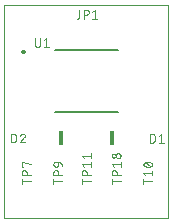
<source format=gto>
G75*
%MOIN*%
%OFA0B0*%
%FSLAX25Y25*%
%IPPOS*%
%LPD*%
%AMOC8*
5,1,8,0,0,1.08239X$1,22.5*
%
%ADD10C,0.00000*%
%ADD11C,0.00300*%
%ADD12C,0.00787*%
%ADD13C,0.00500*%
%ADD14R,0.01673X0.04921*%
D10*
X0003300Y0003800D02*
X0003300Y0074761D01*
X0058001Y0074761D01*
X0058001Y0003800D01*
X0003300Y0003800D01*
D11*
X0009202Y0015190D02*
X0009202Y0016804D01*
X0009202Y0015997D02*
X0012107Y0015997D01*
X0012107Y0018025D02*
X0009202Y0018025D01*
X0009202Y0018832D01*
X0009204Y0018887D01*
X0009210Y0018942D01*
X0009219Y0018996D01*
X0009232Y0019050D01*
X0009249Y0019102D01*
X0009269Y0019154D01*
X0009292Y0019203D01*
X0009319Y0019251D01*
X0009350Y0019297D01*
X0009383Y0019341D01*
X0009419Y0019383D01*
X0009458Y0019422D01*
X0009500Y0019458D01*
X0009544Y0019491D01*
X0009590Y0019522D01*
X0009638Y0019549D01*
X0009687Y0019572D01*
X0009739Y0019592D01*
X0009791Y0019609D01*
X0009845Y0019622D01*
X0009899Y0019631D01*
X0009954Y0019637D01*
X0010009Y0019639D01*
X0010064Y0019637D01*
X0010119Y0019631D01*
X0010173Y0019622D01*
X0010227Y0019609D01*
X0010279Y0019592D01*
X0010331Y0019572D01*
X0010380Y0019549D01*
X0010428Y0019522D01*
X0010474Y0019491D01*
X0010518Y0019458D01*
X0010560Y0019422D01*
X0010599Y0019383D01*
X0010635Y0019341D01*
X0010668Y0019297D01*
X0010699Y0019251D01*
X0010726Y0019203D01*
X0010749Y0019154D01*
X0010769Y0019102D01*
X0010786Y0019050D01*
X0010799Y0018996D01*
X0010808Y0018942D01*
X0010814Y0018887D01*
X0010816Y0018832D01*
X0010816Y0018025D01*
X0009525Y0020767D02*
X0009202Y0020767D01*
X0009202Y0022381D01*
X0012107Y0021574D01*
X0010220Y0028920D02*
X0008606Y0028920D01*
X0009978Y0030534D01*
X0009493Y0031825D02*
X0009434Y0031823D01*
X0009376Y0031818D01*
X0009318Y0031808D01*
X0009261Y0031796D01*
X0009204Y0031779D01*
X0009149Y0031759D01*
X0009095Y0031736D01*
X0009043Y0031709D01*
X0008993Y0031680D01*
X0008944Y0031647D01*
X0008898Y0031611D01*
X0008854Y0031572D01*
X0008812Y0031530D01*
X0008774Y0031486D01*
X0008738Y0031440D01*
X0008705Y0031391D01*
X0008675Y0031341D01*
X0008648Y0031289D01*
X0008625Y0031235D01*
X0008605Y0031179D01*
X0009978Y0030534D02*
X0010015Y0030572D01*
X0010049Y0030612D01*
X0010081Y0030654D01*
X0010109Y0030698D01*
X0010135Y0030744D01*
X0010157Y0030792D01*
X0010176Y0030841D01*
X0010192Y0030891D01*
X0010204Y0030942D01*
X0010213Y0030994D01*
X0010218Y0031046D01*
X0010220Y0031099D01*
X0010219Y0031099D02*
X0010217Y0031151D01*
X0010212Y0031202D01*
X0010202Y0031253D01*
X0010190Y0031304D01*
X0010173Y0031353D01*
X0010153Y0031401D01*
X0010130Y0031447D01*
X0010104Y0031492D01*
X0010074Y0031534D01*
X0010042Y0031574D01*
X0010006Y0031612D01*
X0009968Y0031648D01*
X0009928Y0031680D01*
X0009886Y0031710D01*
X0009841Y0031736D01*
X0009795Y0031759D01*
X0009747Y0031779D01*
X0009698Y0031796D01*
X0009647Y0031808D01*
X0009596Y0031818D01*
X0009545Y0031823D01*
X0009493Y0031825D01*
X0007239Y0031018D02*
X0007239Y0029727D01*
X0007237Y0029672D01*
X0007231Y0029617D01*
X0007222Y0029563D01*
X0007209Y0029509D01*
X0007192Y0029457D01*
X0007172Y0029405D01*
X0007149Y0029356D01*
X0007122Y0029308D01*
X0007091Y0029262D01*
X0007058Y0029218D01*
X0007022Y0029176D01*
X0006983Y0029137D01*
X0006941Y0029101D01*
X0006897Y0029068D01*
X0006851Y0029037D01*
X0006803Y0029010D01*
X0006754Y0028987D01*
X0006702Y0028967D01*
X0006650Y0028950D01*
X0006596Y0028937D01*
X0006542Y0028928D01*
X0006487Y0028922D01*
X0006432Y0028920D01*
X0005625Y0028920D01*
X0005625Y0031825D01*
X0006432Y0031825D01*
X0006487Y0031823D01*
X0006542Y0031817D01*
X0006596Y0031808D01*
X0006650Y0031795D01*
X0006702Y0031778D01*
X0006754Y0031758D01*
X0006803Y0031735D01*
X0006851Y0031708D01*
X0006897Y0031677D01*
X0006941Y0031644D01*
X0006983Y0031608D01*
X0007022Y0031569D01*
X0007058Y0031527D01*
X0007091Y0031483D01*
X0007122Y0031437D01*
X0007149Y0031389D01*
X0007172Y0031340D01*
X0007192Y0031288D01*
X0007209Y0031236D01*
X0007222Y0031182D01*
X0007231Y0031128D01*
X0007237Y0031073D01*
X0007239Y0031018D01*
X0019702Y0018832D02*
X0019702Y0018025D01*
X0022607Y0018025D01*
X0021316Y0018025D02*
X0021316Y0018832D01*
X0021314Y0018887D01*
X0021308Y0018942D01*
X0021299Y0018996D01*
X0021286Y0019050D01*
X0021269Y0019102D01*
X0021249Y0019154D01*
X0021226Y0019203D01*
X0021199Y0019251D01*
X0021168Y0019297D01*
X0021135Y0019341D01*
X0021099Y0019383D01*
X0021060Y0019422D01*
X0021018Y0019458D01*
X0020974Y0019491D01*
X0020928Y0019522D01*
X0020880Y0019549D01*
X0020831Y0019572D01*
X0020779Y0019592D01*
X0020727Y0019609D01*
X0020673Y0019622D01*
X0020619Y0019631D01*
X0020564Y0019637D01*
X0020509Y0019639D01*
X0020454Y0019637D01*
X0020399Y0019631D01*
X0020345Y0019622D01*
X0020291Y0019609D01*
X0020239Y0019592D01*
X0020187Y0019572D01*
X0020138Y0019549D01*
X0020090Y0019522D01*
X0020044Y0019491D01*
X0020000Y0019458D01*
X0019958Y0019422D01*
X0019919Y0019383D01*
X0019883Y0019341D01*
X0019850Y0019297D01*
X0019819Y0019251D01*
X0019792Y0019203D01*
X0019769Y0019154D01*
X0019749Y0019102D01*
X0019732Y0019050D01*
X0019719Y0018996D01*
X0019710Y0018942D01*
X0019704Y0018887D01*
X0019702Y0018832D01*
X0020509Y0020767D02*
X0020670Y0020767D01*
X0020721Y0020769D01*
X0020771Y0020775D01*
X0020821Y0020785D01*
X0020870Y0020799D01*
X0020917Y0020816D01*
X0020963Y0020837D01*
X0021008Y0020862D01*
X0021050Y0020890D01*
X0021090Y0020922D01*
X0021127Y0020956D01*
X0021161Y0020993D01*
X0021193Y0021033D01*
X0021221Y0021075D01*
X0021246Y0021120D01*
X0021267Y0021166D01*
X0021284Y0021213D01*
X0021298Y0021262D01*
X0021308Y0021312D01*
X0021314Y0021362D01*
X0021316Y0021413D01*
X0021316Y0022381D01*
X0020509Y0022381D01*
X0020454Y0022379D01*
X0020399Y0022373D01*
X0020345Y0022364D01*
X0020291Y0022351D01*
X0020239Y0022334D01*
X0020187Y0022314D01*
X0020138Y0022291D01*
X0020090Y0022264D01*
X0020044Y0022233D01*
X0020000Y0022200D01*
X0019958Y0022164D01*
X0019919Y0022125D01*
X0019883Y0022083D01*
X0019850Y0022039D01*
X0019819Y0021993D01*
X0019792Y0021945D01*
X0019769Y0021896D01*
X0019749Y0021844D01*
X0019732Y0021792D01*
X0019719Y0021738D01*
X0019710Y0021684D01*
X0019704Y0021629D01*
X0019702Y0021574D01*
X0019704Y0021519D01*
X0019710Y0021464D01*
X0019719Y0021410D01*
X0019732Y0021356D01*
X0019749Y0021304D01*
X0019769Y0021252D01*
X0019792Y0021203D01*
X0019819Y0021155D01*
X0019850Y0021109D01*
X0019883Y0021065D01*
X0019919Y0021023D01*
X0019958Y0020984D01*
X0020000Y0020948D01*
X0020044Y0020915D01*
X0020090Y0020884D01*
X0020138Y0020857D01*
X0020187Y0020834D01*
X0020239Y0020814D01*
X0020291Y0020797D01*
X0020345Y0020784D01*
X0020399Y0020775D01*
X0020454Y0020769D01*
X0020509Y0020767D01*
X0021316Y0022381D02*
X0021386Y0022379D01*
X0021456Y0022373D01*
X0021525Y0022364D01*
X0021594Y0022351D01*
X0021661Y0022334D01*
X0021728Y0022313D01*
X0021794Y0022289D01*
X0021858Y0022262D01*
X0021921Y0022231D01*
X0021982Y0022196D01*
X0022040Y0022159D01*
X0022097Y0022118D01*
X0022152Y0022074D01*
X0022204Y0022027D01*
X0022253Y0021978D01*
X0022300Y0021926D01*
X0022344Y0021871D01*
X0022385Y0021814D01*
X0022422Y0021756D01*
X0022457Y0021695D01*
X0022488Y0021632D01*
X0022515Y0021568D01*
X0022539Y0021502D01*
X0022560Y0021435D01*
X0022577Y0021368D01*
X0022590Y0021299D01*
X0022599Y0021230D01*
X0022605Y0021160D01*
X0022607Y0021090D01*
X0019702Y0016804D02*
X0019702Y0015190D01*
X0019702Y0015997D02*
X0022607Y0015997D01*
X0029202Y0015997D02*
X0032107Y0015997D01*
X0032107Y0018025D02*
X0029202Y0018025D01*
X0029202Y0018832D01*
X0029204Y0018887D01*
X0029210Y0018942D01*
X0029219Y0018996D01*
X0029232Y0019050D01*
X0029249Y0019102D01*
X0029269Y0019154D01*
X0029292Y0019203D01*
X0029319Y0019251D01*
X0029350Y0019297D01*
X0029383Y0019341D01*
X0029419Y0019383D01*
X0029458Y0019422D01*
X0029500Y0019458D01*
X0029544Y0019491D01*
X0029590Y0019522D01*
X0029638Y0019549D01*
X0029687Y0019572D01*
X0029739Y0019592D01*
X0029791Y0019609D01*
X0029845Y0019622D01*
X0029899Y0019631D01*
X0029954Y0019637D01*
X0030009Y0019639D01*
X0030064Y0019637D01*
X0030119Y0019631D01*
X0030173Y0019622D01*
X0030227Y0019609D01*
X0030279Y0019592D01*
X0030331Y0019572D01*
X0030380Y0019549D01*
X0030428Y0019522D01*
X0030474Y0019491D01*
X0030518Y0019458D01*
X0030560Y0019422D01*
X0030599Y0019383D01*
X0030635Y0019341D01*
X0030668Y0019297D01*
X0030699Y0019251D01*
X0030726Y0019203D01*
X0030749Y0019154D01*
X0030769Y0019102D01*
X0030786Y0019050D01*
X0030799Y0018996D01*
X0030808Y0018942D01*
X0030814Y0018887D01*
X0030816Y0018832D01*
X0030816Y0018025D01*
X0029202Y0016804D02*
X0029202Y0015190D01*
X0029848Y0020767D02*
X0029202Y0021574D01*
X0032107Y0021574D01*
X0032107Y0020767D02*
X0032107Y0022381D01*
X0032107Y0023652D02*
X0032107Y0025266D01*
X0032107Y0024459D02*
X0029202Y0024459D01*
X0029848Y0023652D01*
X0039202Y0021574D02*
X0042107Y0021574D01*
X0042107Y0020767D02*
X0042107Y0022381D01*
X0041300Y0023652D02*
X0041355Y0023654D01*
X0041410Y0023660D01*
X0041464Y0023669D01*
X0041518Y0023682D01*
X0041570Y0023699D01*
X0041622Y0023719D01*
X0041671Y0023742D01*
X0041719Y0023769D01*
X0041765Y0023800D01*
X0041809Y0023833D01*
X0041851Y0023869D01*
X0041890Y0023908D01*
X0041926Y0023950D01*
X0041959Y0023994D01*
X0041990Y0024040D01*
X0042017Y0024088D01*
X0042040Y0024137D01*
X0042060Y0024189D01*
X0042077Y0024241D01*
X0042090Y0024295D01*
X0042099Y0024349D01*
X0042105Y0024404D01*
X0042107Y0024459D01*
X0042105Y0024514D01*
X0042099Y0024569D01*
X0042090Y0024623D01*
X0042077Y0024677D01*
X0042060Y0024729D01*
X0042040Y0024781D01*
X0042017Y0024830D01*
X0041990Y0024878D01*
X0041959Y0024924D01*
X0041926Y0024968D01*
X0041890Y0025010D01*
X0041851Y0025049D01*
X0041809Y0025085D01*
X0041765Y0025118D01*
X0041719Y0025149D01*
X0041671Y0025176D01*
X0041622Y0025199D01*
X0041570Y0025219D01*
X0041518Y0025236D01*
X0041464Y0025249D01*
X0041410Y0025258D01*
X0041355Y0025264D01*
X0041300Y0025266D01*
X0041245Y0025264D01*
X0041190Y0025258D01*
X0041136Y0025249D01*
X0041082Y0025236D01*
X0041030Y0025219D01*
X0040978Y0025199D01*
X0040929Y0025176D01*
X0040881Y0025149D01*
X0040835Y0025118D01*
X0040791Y0025085D01*
X0040749Y0025049D01*
X0040710Y0025010D01*
X0040674Y0024968D01*
X0040641Y0024924D01*
X0040610Y0024878D01*
X0040583Y0024830D01*
X0040560Y0024781D01*
X0040540Y0024729D01*
X0040523Y0024677D01*
X0040510Y0024623D01*
X0040501Y0024569D01*
X0040495Y0024514D01*
X0040493Y0024459D01*
X0040495Y0024404D01*
X0040501Y0024349D01*
X0040510Y0024295D01*
X0040523Y0024241D01*
X0040540Y0024189D01*
X0040560Y0024137D01*
X0040583Y0024088D01*
X0040610Y0024040D01*
X0040641Y0023994D01*
X0040674Y0023950D01*
X0040710Y0023908D01*
X0040749Y0023869D01*
X0040791Y0023833D01*
X0040835Y0023800D01*
X0040881Y0023769D01*
X0040929Y0023742D01*
X0040978Y0023719D01*
X0041030Y0023699D01*
X0041082Y0023682D01*
X0041136Y0023669D01*
X0041190Y0023660D01*
X0041245Y0023654D01*
X0041300Y0023652D01*
X0039848Y0023813D02*
X0039897Y0023815D01*
X0039947Y0023821D01*
X0039995Y0023830D01*
X0040043Y0023843D01*
X0040089Y0023860D01*
X0040135Y0023880D01*
X0040178Y0023904D01*
X0040220Y0023931D01*
X0040259Y0023961D01*
X0040296Y0023994D01*
X0040330Y0024029D01*
X0040362Y0024067D01*
X0040390Y0024108D01*
X0040416Y0024150D01*
X0040437Y0024195D01*
X0040456Y0024241D01*
X0040471Y0024288D01*
X0040482Y0024336D01*
X0040490Y0024385D01*
X0040494Y0024434D01*
X0040494Y0024484D01*
X0040490Y0024533D01*
X0040482Y0024582D01*
X0040471Y0024630D01*
X0040456Y0024677D01*
X0040437Y0024723D01*
X0040416Y0024768D01*
X0040390Y0024810D01*
X0040362Y0024851D01*
X0040330Y0024889D01*
X0040296Y0024924D01*
X0040259Y0024957D01*
X0040220Y0024987D01*
X0040178Y0025014D01*
X0040135Y0025038D01*
X0040089Y0025058D01*
X0040043Y0025075D01*
X0039995Y0025088D01*
X0039947Y0025097D01*
X0039897Y0025103D01*
X0039848Y0025105D01*
X0039799Y0025103D01*
X0039749Y0025097D01*
X0039701Y0025088D01*
X0039653Y0025075D01*
X0039607Y0025058D01*
X0039561Y0025038D01*
X0039518Y0025014D01*
X0039476Y0024987D01*
X0039437Y0024957D01*
X0039400Y0024924D01*
X0039366Y0024889D01*
X0039334Y0024851D01*
X0039306Y0024810D01*
X0039280Y0024768D01*
X0039259Y0024723D01*
X0039240Y0024677D01*
X0039225Y0024630D01*
X0039214Y0024582D01*
X0039206Y0024533D01*
X0039202Y0024484D01*
X0039202Y0024434D01*
X0039206Y0024385D01*
X0039214Y0024336D01*
X0039225Y0024288D01*
X0039240Y0024241D01*
X0039259Y0024195D01*
X0039280Y0024150D01*
X0039306Y0024108D01*
X0039334Y0024067D01*
X0039366Y0024029D01*
X0039400Y0023994D01*
X0039437Y0023961D01*
X0039476Y0023931D01*
X0039518Y0023904D01*
X0039561Y0023880D01*
X0039607Y0023860D01*
X0039653Y0023843D01*
X0039701Y0023830D01*
X0039749Y0023821D01*
X0039799Y0023815D01*
X0039848Y0023813D01*
X0039202Y0021574D02*
X0039848Y0020767D01*
X0039202Y0018832D02*
X0039204Y0018887D01*
X0039210Y0018942D01*
X0039219Y0018996D01*
X0039232Y0019050D01*
X0039249Y0019102D01*
X0039269Y0019154D01*
X0039292Y0019203D01*
X0039319Y0019251D01*
X0039350Y0019297D01*
X0039383Y0019341D01*
X0039419Y0019383D01*
X0039458Y0019422D01*
X0039500Y0019458D01*
X0039544Y0019491D01*
X0039590Y0019522D01*
X0039638Y0019549D01*
X0039687Y0019572D01*
X0039739Y0019592D01*
X0039791Y0019609D01*
X0039845Y0019622D01*
X0039899Y0019631D01*
X0039954Y0019637D01*
X0040009Y0019639D01*
X0040064Y0019637D01*
X0040119Y0019631D01*
X0040173Y0019622D01*
X0040227Y0019609D01*
X0040279Y0019592D01*
X0040331Y0019572D01*
X0040380Y0019549D01*
X0040428Y0019522D01*
X0040474Y0019491D01*
X0040518Y0019458D01*
X0040560Y0019422D01*
X0040599Y0019383D01*
X0040635Y0019341D01*
X0040668Y0019297D01*
X0040699Y0019251D01*
X0040726Y0019203D01*
X0040749Y0019154D01*
X0040769Y0019102D01*
X0040786Y0019050D01*
X0040799Y0018996D01*
X0040808Y0018942D01*
X0040814Y0018887D01*
X0040816Y0018832D01*
X0040816Y0018025D01*
X0042107Y0018025D02*
X0039202Y0018025D01*
X0039202Y0018832D01*
X0039202Y0016804D02*
X0039202Y0015190D01*
X0039202Y0015997D02*
X0042107Y0015997D01*
X0049702Y0015997D02*
X0052607Y0015997D01*
X0052607Y0017882D02*
X0052607Y0019496D01*
X0052607Y0018689D02*
X0049702Y0018689D01*
X0050348Y0017882D01*
X0049702Y0016804D02*
X0049702Y0015190D01*
X0050106Y0022139D02*
X0050188Y0022177D01*
X0050271Y0022212D01*
X0050356Y0022244D01*
X0050442Y0022272D01*
X0050529Y0022298D01*
X0050617Y0022320D01*
X0050705Y0022338D01*
X0050794Y0022354D01*
X0050884Y0022366D01*
X0050974Y0022374D01*
X0051065Y0022379D01*
X0051155Y0022381D01*
X0051155Y0020767D02*
X0051245Y0020769D01*
X0051336Y0020774D01*
X0051426Y0020782D01*
X0051516Y0020794D01*
X0051605Y0020810D01*
X0051693Y0020828D01*
X0051781Y0020850D01*
X0051868Y0020876D01*
X0051954Y0020904D01*
X0052039Y0020936D01*
X0052122Y0020971D01*
X0052204Y0021009D01*
X0051962Y0020928D02*
X0050348Y0022220D01*
X0050105Y0022139D02*
X0050062Y0022122D01*
X0050020Y0022102D01*
X0049980Y0022079D01*
X0049942Y0022053D01*
X0049906Y0022024D01*
X0049873Y0021992D01*
X0049842Y0021958D01*
X0049813Y0021921D01*
X0049788Y0021882D01*
X0049765Y0021842D01*
X0049746Y0021800D01*
X0049730Y0021756D01*
X0049718Y0021712D01*
X0049709Y0021666D01*
X0049704Y0021620D01*
X0049702Y0021574D01*
X0049704Y0021528D01*
X0049709Y0021482D01*
X0049718Y0021436D01*
X0049730Y0021392D01*
X0049746Y0021348D01*
X0049765Y0021306D01*
X0049788Y0021266D01*
X0049813Y0021227D01*
X0049842Y0021190D01*
X0049873Y0021156D01*
X0049906Y0021124D01*
X0049942Y0021095D01*
X0049980Y0021069D01*
X0050020Y0021046D01*
X0050062Y0021026D01*
X0050105Y0021009D01*
X0051155Y0022381D02*
X0051245Y0022379D01*
X0051336Y0022374D01*
X0051426Y0022366D01*
X0051516Y0022354D01*
X0051605Y0022338D01*
X0051693Y0022320D01*
X0051781Y0022298D01*
X0051868Y0022272D01*
X0051954Y0022244D01*
X0052039Y0022212D01*
X0052122Y0022177D01*
X0052204Y0022139D01*
X0052247Y0022122D01*
X0052289Y0022102D01*
X0052329Y0022079D01*
X0052367Y0022053D01*
X0052403Y0022024D01*
X0052436Y0021992D01*
X0052467Y0021958D01*
X0052496Y0021921D01*
X0052521Y0021882D01*
X0052544Y0021842D01*
X0052563Y0021800D01*
X0052579Y0021756D01*
X0052591Y0021712D01*
X0052600Y0021666D01*
X0052605Y0021620D01*
X0052607Y0021574D01*
X0052605Y0021528D01*
X0052600Y0021482D01*
X0052591Y0021436D01*
X0052579Y0021392D01*
X0052563Y0021348D01*
X0052544Y0021306D01*
X0052521Y0021266D01*
X0052496Y0021227D01*
X0052467Y0021190D01*
X0052436Y0021156D01*
X0052403Y0021124D01*
X0052367Y0021095D01*
X0052329Y0021069D01*
X0052289Y0021046D01*
X0052247Y0021026D01*
X0052204Y0021009D01*
X0051155Y0020767D02*
X0051065Y0020769D01*
X0050974Y0020774D01*
X0050884Y0020782D01*
X0050794Y0020794D01*
X0050705Y0020810D01*
X0050617Y0020828D01*
X0050529Y0020850D01*
X0050442Y0020876D01*
X0050356Y0020904D01*
X0050271Y0020936D01*
X0050188Y0020971D01*
X0050106Y0021009D01*
X0051880Y0028775D02*
X0052687Y0028775D01*
X0052742Y0028777D01*
X0052797Y0028783D01*
X0052851Y0028792D01*
X0052905Y0028805D01*
X0052957Y0028822D01*
X0053009Y0028842D01*
X0053058Y0028865D01*
X0053106Y0028892D01*
X0053152Y0028923D01*
X0053196Y0028956D01*
X0053238Y0028992D01*
X0053277Y0029031D01*
X0053313Y0029073D01*
X0053346Y0029117D01*
X0053377Y0029163D01*
X0053404Y0029211D01*
X0053427Y0029260D01*
X0053447Y0029312D01*
X0053464Y0029364D01*
X0053477Y0029418D01*
X0053486Y0029472D01*
X0053492Y0029527D01*
X0053494Y0029582D01*
X0053494Y0030873D01*
X0053492Y0030928D01*
X0053486Y0030983D01*
X0053477Y0031037D01*
X0053464Y0031091D01*
X0053447Y0031143D01*
X0053427Y0031195D01*
X0053404Y0031244D01*
X0053377Y0031292D01*
X0053346Y0031338D01*
X0053313Y0031382D01*
X0053277Y0031424D01*
X0053238Y0031463D01*
X0053196Y0031499D01*
X0053152Y0031532D01*
X0053106Y0031563D01*
X0053058Y0031590D01*
X0053009Y0031613D01*
X0052957Y0031633D01*
X0052905Y0031650D01*
X0052851Y0031663D01*
X0052797Y0031672D01*
X0052742Y0031678D01*
X0052687Y0031680D01*
X0051880Y0031680D01*
X0051880Y0028775D01*
X0054861Y0028775D02*
X0056475Y0028775D01*
X0055668Y0028775D02*
X0055668Y0031680D01*
X0054861Y0031035D01*
X0034271Y0070143D02*
X0032657Y0070143D01*
X0033464Y0070143D02*
X0033464Y0073048D01*
X0032657Y0072402D01*
X0030722Y0073048D02*
X0030777Y0073046D01*
X0030832Y0073040D01*
X0030886Y0073031D01*
X0030940Y0073018D01*
X0030992Y0073001D01*
X0031044Y0072981D01*
X0031093Y0072958D01*
X0031141Y0072931D01*
X0031187Y0072900D01*
X0031231Y0072867D01*
X0031273Y0072831D01*
X0031312Y0072792D01*
X0031348Y0072750D01*
X0031381Y0072706D01*
X0031412Y0072660D01*
X0031439Y0072612D01*
X0031462Y0072563D01*
X0031482Y0072511D01*
X0031499Y0072459D01*
X0031512Y0072405D01*
X0031521Y0072351D01*
X0031527Y0072296D01*
X0031529Y0072241D01*
X0031527Y0072186D01*
X0031521Y0072131D01*
X0031512Y0072077D01*
X0031499Y0072023D01*
X0031482Y0071971D01*
X0031462Y0071919D01*
X0031439Y0071870D01*
X0031412Y0071822D01*
X0031381Y0071776D01*
X0031348Y0071732D01*
X0031312Y0071690D01*
X0031273Y0071651D01*
X0031231Y0071615D01*
X0031187Y0071582D01*
X0031141Y0071551D01*
X0031093Y0071524D01*
X0031044Y0071501D01*
X0030992Y0071481D01*
X0030940Y0071464D01*
X0030886Y0071451D01*
X0030832Y0071442D01*
X0030777Y0071436D01*
X0030722Y0071434D01*
X0029915Y0071434D01*
X0029915Y0070143D02*
X0029915Y0073048D01*
X0030722Y0073048D01*
X0028418Y0073048D02*
X0028418Y0070788D01*
X0028419Y0070788D02*
X0028417Y0070737D01*
X0028411Y0070687D01*
X0028401Y0070637D01*
X0028387Y0070588D01*
X0028370Y0070541D01*
X0028349Y0070495D01*
X0028324Y0070450D01*
X0028296Y0070408D01*
X0028264Y0070368D01*
X0028230Y0070331D01*
X0028193Y0070297D01*
X0028153Y0070265D01*
X0028111Y0070237D01*
X0028066Y0070212D01*
X0028020Y0070191D01*
X0027973Y0070174D01*
X0027924Y0070160D01*
X0027874Y0070150D01*
X0027824Y0070144D01*
X0027773Y0070142D01*
X0027773Y0070143D02*
X0027450Y0070143D01*
X0018183Y0060678D02*
X0016569Y0060678D01*
X0017376Y0060678D02*
X0017376Y0063583D01*
X0016569Y0062938D01*
X0015202Y0063583D02*
X0015202Y0061485D01*
X0015200Y0061430D01*
X0015194Y0061375D01*
X0015185Y0061321D01*
X0015172Y0061267D01*
X0015155Y0061215D01*
X0015135Y0061163D01*
X0015112Y0061114D01*
X0015085Y0061066D01*
X0015054Y0061020D01*
X0015021Y0060976D01*
X0014985Y0060934D01*
X0014946Y0060895D01*
X0014904Y0060859D01*
X0014860Y0060826D01*
X0014814Y0060795D01*
X0014766Y0060768D01*
X0014717Y0060745D01*
X0014665Y0060725D01*
X0014613Y0060708D01*
X0014559Y0060695D01*
X0014505Y0060686D01*
X0014450Y0060680D01*
X0014395Y0060678D01*
X0014340Y0060680D01*
X0014285Y0060686D01*
X0014231Y0060695D01*
X0014177Y0060708D01*
X0014125Y0060725D01*
X0014073Y0060745D01*
X0014024Y0060768D01*
X0013976Y0060795D01*
X0013930Y0060826D01*
X0013886Y0060859D01*
X0013844Y0060895D01*
X0013805Y0060934D01*
X0013769Y0060976D01*
X0013736Y0061020D01*
X0013705Y0061066D01*
X0013678Y0061114D01*
X0013655Y0061163D01*
X0013635Y0061215D01*
X0013618Y0061267D01*
X0013605Y0061321D01*
X0013596Y0061375D01*
X0013590Y0061430D01*
X0013588Y0061485D01*
X0013588Y0063583D01*
D12*
X0009382Y0059083D02*
X0009384Y0059122D01*
X0009390Y0059161D01*
X0009400Y0059199D01*
X0009413Y0059236D01*
X0009430Y0059271D01*
X0009450Y0059305D01*
X0009474Y0059336D01*
X0009501Y0059365D01*
X0009530Y0059391D01*
X0009562Y0059414D01*
X0009596Y0059434D01*
X0009632Y0059450D01*
X0009669Y0059462D01*
X0009708Y0059471D01*
X0009747Y0059476D01*
X0009786Y0059477D01*
X0009825Y0059474D01*
X0009864Y0059467D01*
X0009901Y0059456D01*
X0009938Y0059442D01*
X0009973Y0059424D01*
X0010006Y0059403D01*
X0010037Y0059378D01*
X0010065Y0059351D01*
X0010090Y0059321D01*
X0010112Y0059288D01*
X0010131Y0059254D01*
X0010146Y0059218D01*
X0010158Y0059180D01*
X0010166Y0059142D01*
X0010170Y0059103D01*
X0010170Y0059063D01*
X0010166Y0059024D01*
X0010158Y0058986D01*
X0010146Y0058948D01*
X0010131Y0058912D01*
X0010112Y0058878D01*
X0010090Y0058845D01*
X0010065Y0058815D01*
X0010037Y0058788D01*
X0010006Y0058763D01*
X0009973Y0058742D01*
X0009938Y0058724D01*
X0009901Y0058710D01*
X0009864Y0058699D01*
X0009825Y0058692D01*
X0009786Y0058689D01*
X0009747Y0058690D01*
X0009708Y0058695D01*
X0009669Y0058704D01*
X0009632Y0058716D01*
X0009596Y0058732D01*
X0009562Y0058752D01*
X0009530Y0058775D01*
X0009501Y0058801D01*
X0009474Y0058830D01*
X0009450Y0058861D01*
X0009430Y0058895D01*
X0009413Y0058930D01*
X0009400Y0058967D01*
X0009390Y0059005D01*
X0009384Y0059044D01*
X0009382Y0059083D01*
D13*
X0020387Y0059615D02*
X0041213Y0059615D01*
X0041213Y0038985D02*
X0020387Y0038985D01*
D14*
X0022424Y0030300D03*
X0039176Y0030300D03*
M02*

</source>
